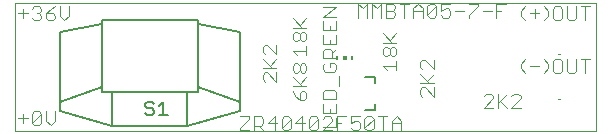
<source format=gto>
G75*
%MOIN*%
%OFA0B0*%
%FSLAX25Y25*%
%IPPOS*%
%LPD*%
%AMOC8*
5,1,8,0,0,1.08239X$1,22.5*
%
%ADD10C,0.00000*%
%ADD11C,0.00400*%
%ADD12C,0.00600*%
%ADD13R,0.00591X0.01181*%
%ADD14R,0.01181X0.01181*%
%ADD15C,0.00500*%
D10*
X0001937Y0003333D02*
X0001937Y0045794D01*
X0195638Y0045794D01*
X0195638Y0003333D01*
X0001937Y0003333D01*
X0182937Y0013933D02*
X0183004Y0013933D01*
X0183029Y0013933D02*
X0183079Y0013933D01*
X0183096Y0013917D01*
X0183096Y0013883D01*
X0183079Y0013867D01*
X0183029Y0013867D01*
X0183029Y0013833D02*
X0183029Y0013933D01*
X0182970Y0013933D02*
X0182970Y0013833D01*
X0183121Y0013933D02*
X0183188Y0013933D01*
X0183213Y0013933D02*
X0183263Y0013933D01*
X0183280Y0013917D01*
X0183280Y0013883D01*
X0183263Y0013867D01*
X0183213Y0013867D01*
X0183213Y0013833D02*
X0183213Y0013933D01*
X0183155Y0013933D02*
X0183155Y0013833D01*
X0183305Y0013833D02*
X0183372Y0013900D01*
X0183372Y0013917D01*
X0183355Y0013933D01*
X0183322Y0013933D01*
X0183305Y0013917D01*
X0183305Y0013833D02*
X0183372Y0013833D01*
X0183397Y0013850D02*
X0183464Y0013917D01*
X0183464Y0013850D01*
X0183447Y0013833D01*
X0183414Y0013833D01*
X0183397Y0013850D01*
X0183397Y0013917D01*
X0183414Y0013933D01*
X0183447Y0013933D01*
X0183464Y0013917D01*
X0183489Y0013917D02*
X0183489Y0013900D01*
X0183506Y0013883D01*
X0183540Y0013883D01*
X0183556Y0013867D01*
X0183556Y0013850D01*
X0183540Y0013833D01*
X0183506Y0013833D01*
X0183489Y0013850D01*
X0183489Y0013917D02*
X0183506Y0013933D01*
X0183540Y0013933D01*
X0183556Y0013917D01*
X0183582Y0013917D02*
X0183598Y0013933D01*
X0183632Y0013933D01*
X0183648Y0013917D01*
X0183648Y0013850D01*
X0183632Y0013833D01*
X0183598Y0013833D01*
X0183582Y0013850D01*
X0183582Y0013917D01*
X0183615Y0013867D02*
X0183648Y0013833D01*
X0183648Y0028833D02*
X0183615Y0028867D01*
X0183648Y0028850D02*
X0183632Y0028833D01*
X0183598Y0028833D01*
X0183582Y0028850D01*
X0183582Y0028917D01*
X0183598Y0028933D01*
X0183632Y0028933D01*
X0183648Y0028917D01*
X0183648Y0028850D01*
X0183556Y0028850D02*
X0183540Y0028833D01*
X0183506Y0028833D01*
X0183489Y0028850D01*
X0183464Y0028850D02*
X0183447Y0028833D01*
X0183414Y0028833D01*
X0183397Y0028850D01*
X0183464Y0028917D01*
X0183464Y0028850D01*
X0183506Y0028883D02*
X0183540Y0028883D01*
X0183556Y0028867D01*
X0183556Y0028850D01*
X0183506Y0028883D02*
X0183489Y0028900D01*
X0183489Y0028917D01*
X0183506Y0028933D01*
X0183540Y0028933D01*
X0183556Y0028917D01*
X0183464Y0028917D02*
X0183447Y0028933D01*
X0183414Y0028933D01*
X0183397Y0028917D01*
X0183397Y0028850D01*
X0183372Y0028833D02*
X0183305Y0028833D01*
X0183372Y0028900D01*
X0183372Y0028917D01*
X0183355Y0028933D01*
X0183322Y0028933D01*
X0183305Y0028917D01*
X0183280Y0028917D02*
X0183280Y0028883D01*
X0183263Y0028867D01*
X0183213Y0028867D01*
X0183213Y0028833D02*
X0183213Y0028933D01*
X0183263Y0028933D01*
X0183280Y0028917D01*
X0183188Y0028933D02*
X0183121Y0028933D01*
X0183096Y0028917D02*
X0183096Y0028883D01*
X0183079Y0028867D01*
X0183029Y0028867D01*
X0183029Y0028833D02*
X0183029Y0028933D01*
X0183079Y0028933D01*
X0183096Y0028917D01*
X0183155Y0028933D02*
X0183155Y0028833D01*
X0183004Y0028933D02*
X0182937Y0028933D01*
X0182970Y0028933D02*
X0182970Y0028833D01*
D11*
X0182210Y0027271D02*
X0181442Y0026504D01*
X0181442Y0023434D01*
X0182210Y0022667D01*
X0183744Y0022667D01*
X0184512Y0023434D01*
X0184512Y0026504D01*
X0183744Y0027271D01*
X0182210Y0027271D01*
X0179908Y0025736D02*
X0178373Y0027271D01*
X0179908Y0025736D02*
X0179908Y0024202D01*
X0178373Y0022667D01*
X0172235Y0022667D02*
X0170700Y0024202D01*
X0170700Y0025736D01*
X0172235Y0027271D01*
X0173769Y0024969D02*
X0176839Y0024969D01*
X0186046Y0023434D02*
X0186814Y0022667D01*
X0188348Y0022667D01*
X0189116Y0023434D01*
X0189116Y0027271D01*
X0190650Y0027271D02*
X0193720Y0027271D01*
X0192185Y0027271D02*
X0192185Y0022667D01*
X0186046Y0023434D02*
X0186046Y0027271D01*
X0170602Y0014870D02*
X0169835Y0015637D01*
X0168300Y0015637D01*
X0167533Y0014870D01*
X0165998Y0015637D02*
X0162929Y0012568D01*
X0163696Y0013335D02*
X0165998Y0011033D01*
X0167533Y0011033D02*
X0170602Y0014103D01*
X0170602Y0014870D01*
X0162929Y0015637D02*
X0162929Y0011033D01*
X0161394Y0011033D02*
X0158325Y0011033D01*
X0161394Y0014103D01*
X0161394Y0014870D01*
X0160627Y0015637D01*
X0159093Y0015637D01*
X0158325Y0014870D01*
X0167533Y0011033D02*
X0170602Y0011033D01*
X0141737Y0014722D02*
X0138668Y0017791D01*
X0137900Y0017791D01*
X0137133Y0017023D01*
X0137133Y0015489D01*
X0137900Y0014722D01*
X0141737Y0014722D02*
X0141737Y0017791D01*
X0141737Y0019325D02*
X0137133Y0019325D01*
X0140202Y0019325D02*
X0137133Y0022395D01*
X0139435Y0020093D02*
X0141737Y0022395D01*
X0141737Y0023929D02*
X0138668Y0026999D01*
X0137900Y0026999D01*
X0137133Y0026231D01*
X0137133Y0024697D01*
X0137900Y0023929D01*
X0141737Y0023929D02*
X0141737Y0026999D01*
X0129237Y0026603D02*
X0129237Y0023533D01*
X0126168Y0023533D02*
X0124633Y0025068D01*
X0129237Y0025068D01*
X0128470Y0028137D02*
X0127702Y0028137D01*
X0126935Y0028905D01*
X0126935Y0030439D01*
X0127702Y0031207D01*
X0128470Y0031207D01*
X0129237Y0030439D01*
X0129237Y0028905D01*
X0128470Y0028137D01*
X0126935Y0028905D02*
X0126168Y0028137D01*
X0125400Y0028137D01*
X0124633Y0028905D01*
X0124633Y0030439D01*
X0125400Y0031207D01*
X0126168Y0031207D01*
X0126935Y0030439D01*
X0127702Y0032741D02*
X0124633Y0035810D01*
X0126935Y0033508D02*
X0129237Y0035810D01*
X0129237Y0032741D02*
X0124633Y0032741D01*
X0109237Y0032221D02*
X0109237Y0035291D01*
X0109237Y0036825D02*
X0104633Y0036825D01*
X0104633Y0039895D01*
X0099237Y0040810D02*
X0096935Y0038508D01*
X0097702Y0037741D02*
X0094633Y0040810D01*
X0104633Y0041429D02*
X0109237Y0044499D01*
X0104633Y0044499D01*
X0116494Y0045637D02*
X0118028Y0044103D01*
X0119563Y0045637D01*
X0119563Y0041033D01*
X0121098Y0041033D02*
X0121098Y0045637D01*
X0122632Y0044103D01*
X0124167Y0045637D01*
X0124167Y0041033D01*
X0125702Y0041033D02*
X0128004Y0041033D01*
X0128771Y0041801D01*
X0128771Y0042568D01*
X0128004Y0043335D01*
X0125702Y0043335D01*
X0128004Y0043335D02*
X0128771Y0044103D01*
X0128771Y0044870D01*
X0128004Y0045637D01*
X0125702Y0045637D01*
X0125702Y0041033D01*
X0131840Y0041033D02*
X0131840Y0045637D01*
X0130305Y0045637D02*
X0133375Y0045637D01*
X0134909Y0044103D02*
X0136444Y0045637D01*
X0137979Y0044103D01*
X0137979Y0041033D01*
X0139513Y0041801D02*
X0142583Y0044870D01*
X0142583Y0041801D01*
X0141815Y0041033D01*
X0140281Y0041033D01*
X0139513Y0041801D01*
X0139513Y0044870D01*
X0140281Y0045637D01*
X0141815Y0045637D01*
X0142583Y0044870D01*
X0144117Y0043335D02*
X0145652Y0044103D01*
X0146419Y0044103D01*
X0147187Y0043335D01*
X0147187Y0041801D01*
X0146419Y0041033D01*
X0144885Y0041033D01*
X0144117Y0041801D01*
X0144117Y0043335D02*
X0144117Y0045637D01*
X0147187Y0045637D01*
X0153325Y0045637D02*
X0156394Y0045637D01*
X0156394Y0044870D01*
X0153325Y0041801D01*
X0153325Y0041033D01*
X0151790Y0043335D02*
X0148721Y0043335D01*
X0157929Y0043335D02*
X0160998Y0043335D01*
X0162533Y0043335D02*
X0164068Y0043335D01*
X0162533Y0041033D02*
X0162533Y0045637D01*
X0165602Y0045637D01*
X0170700Y0043236D02*
X0172235Y0044771D01*
X0175304Y0044004D02*
X0175304Y0040934D01*
X0172235Y0040167D02*
X0170700Y0041702D01*
X0170700Y0043236D01*
X0173769Y0042469D02*
X0176839Y0042469D01*
X0178373Y0040167D02*
X0179908Y0041702D01*
X0179908Y0043236D01*
X0178373Y0044771D01*
X0181442Y0044004D02*
X0181442Y0040934D01*
X0182210Y0040167D01*
X0183744Y0040167D01*
X0184512Y0040934D01*
X0184512Y0044004D01*
X0183744Y0044771D01*
X0182210Y0044771D01*
X0181442Y0044004D01*
X0186046Y0044771D02*
X0186046Y0040934D01*
X0186814Y0040167D01*
X0188348Y0040167D01*
X0189116Y0040934D01*
X0189116Y0044771D01*
X0190650Y0044771D02*
X0193720Y0044771D01*
X0192185Y0044771D02*
X0192185Y0040167D01*
X0137979Y0043335D02*
X0134909Y0043335D01*
X0134909Y0044103D02*
X0134909Y0041033D01*
X0116494Y0041033D02*
X0116494Y0045637D01*
X0109237Y0041429D02*
X0104633Y0041429D01*
X0109237Y0039895D02*
X0109237Y0036825D01*
X0106935Y0036825D02*
X0106935Y0038360D01*
X0099237Y0037741D02*
X0094633Y0037741D01*
X0095400Y0036207D02*
X0096168Y0036207D01*
X0096935Y0035439D01*
X0096935Y0033905D01*
X0096168Y0033137D01*
X0095400Y0033137D01*
X0094633Y0033905D01*
X0094633Y0035439D01*
X0095400Y0036207D01*
X0096935Y0035439D02*
X0097702Y0036207D01*
X0098470Y0036207D01*
X0099237Y0035439D01*
X0099237Y0033905D01*
X0098470Y0033137D01*
X0097702Y0033137D01*
X0096935Y0033905D01*
X0104633Y0035291D02*
X0104633Y0032221D01*
X0109237Y0032221D01*
X0106935Y0032221D02*
X0106935Y0033756D01*
X0099237Y0031603D02*
X0099237Y0028533D01*
X0096168Y0028533D02*
X0094633Y0030068D01*
X0099237Y0030068D01*
X0104633Y0029920D02*
X0105400Y0030687D01*
X0106935Y0030687D01*
X0107702Y0029920D01*
X0107702Y0027618D01*
X0109237Y0027618D02*
X0104633Y0027618D01*
X0104633Y0029920D01*
X0107702Y0029152D02*
X0109237Y0030687D01*
X0108470Y0026083D02*
X0106935Y0026083D01*
X0106935Y0024548D01*
X0108470Y0026083D02*
X0109237Y0025316D01*
X0109237Y0023781D01*
X0108470Y0023014D01*
X0105400Y0023014D01*
X0104633Y0023781D01*
X0104633Y0025316D01*
X0105400Y0026083D01*
X0099237Y0025043D02*
X0099237Y0023508D01*
X0098470Y0022741D01*
X0097702Y0022741D01*
X0096935Y0023508D01*
X0096935Y0025043D01*
X0097702Y0025810D01*
X0098470Y0025810D01*
X0099237Y0025043D01*
X0096935Y0025043D02*
X0096168Y0025810D01*
X0095400Y0025810D01*
X0094633Y0025043D01*
X0094633Y0023508D01*
X0095400Y0022741D01*
X0096168Y0022741D01*
X0096935Y0023508D01*
X0089237Y0022791D02*
X0089237Y0019722D01*
X0086168Y0022791D01*
X0085400Y0022791D01*
X0084633Y0022023D01*
X0084633Y0020489D01*
X0085400Y0019722D01*
X0094633Y0021207D02*
X0097702Y0018137D01*
X0096935Y0018905D02*
X0099237Y0021207D01*
X0110004Y0021479D02*
X0110004Y0018410D01*
X0108470Y0016875D02*
X0105400Y0016875D01*
X0104633Y0016108D01*
X0104633Y0013806D01*
X0109237Y0013806D01*
X0109237Y0016108D01*
X0108470Y0016875D01*
X0099237Y0015835D02*
X0098470Y0016603D01*
X0097702Y0016603D01*
X0096935Y0015835D01*
X0096935Y0013533D01*
X0098470Y0013533D01*
X0099237Y0014301D01*
X0099237Y0015835D01*
X0096935Y0013533D02*
X0095400Y0015068D01*
X0094633Y0016603D01*
X0094633Y0018137D02*
X0099237Y0018137D01*
X0104633Y0012271D02*
X0104633Y0009202D01*
X0109237Y0009202D01*
X0109237Y0012271D01*
X0106935Y0010736D02*
X0106935Y0009202D01*
X0107063Y0008137D02*
X0105528Y0008137D01*
X0104761Y0007370D01*
X0103226Y0007370D02*
X0100157Y0004301D01*
X0100924Y0003533D01*
X0102459Y0003533D01*
X0103226Y0004301D01*
X0103226Y0007370D01*
X0102459Y0008137D01*
X0100924Y0008137D01*
X0100157Y0007370D01*
X0100157Y0004301D01*
X0097855Y0003533D02*
X0097855Y0008137D01*
X0095553Y0005835D01*
X0098622Y0005835D01*
X0094018Y0004301D02*
X0093251Y0003533D01*
X0091716Y0003533D01*
X0090949Y0004301D01*
X0094018Y0007370D01*
X0094018Y0004301D01*
X0090949Y0004301D02*
X0090949Y0007370D01*
X0091716Y0008137D01*
X0093251Y0008137D01*
X0094018Y0007370D01*
X0088647Y0008137D02*
X0086345Y0005835D01*
X0089414Y0005835D01*
X0084810Y0005835D02*
X0084043Y0005068D01*
X0081741Y0005068D01*
X0083276Y0005068D02*
X0084810Y0003533D01*
X0081741Y0003533D02*
X0081741Y0008137D01*
X0084043Y0008137D01*
X0084810Y0007370D01*
X0084810Y0005835D01*
X0088647Y0003533D02*
X0088647Y0008137D01*
X0080206Y0008137D02*
X0080206Y0007370D01*
X0077137Y0004301D01*
X0077137Y0003533D01*
X0080206Y0003533D01*
X0080206Y0008137D02*
X0077137Y0008137D01*
X0104633Y0004598D02*
X0109237Y0004598D01*
X0109237Y0007667D01*
X0109364Y0008137D02*
X0112434Y0008137D01*
X0113968Y0008137D02*
X0113968Y0005835D01*
X0115503Y0006603D01*
X0116270Y0006603D01*
X0117038Y0005835D01*
X0117038Y0004301D01*
X0116270Y0003533D01*
X0114736Y0003533D01*
X0113968Y0004301D01*
X0118572Y0004301D02*
X0121642Y0007370D01*
X0121642Y0004301D01*
X0120874Y0003533D01*
X0119340Y0003533D01*
X0118572Y0004301D01*
X0118572Y0007370D01*
X0119340Y0008137D01*
X0120874Y0008137D01*
X0121642Y0007370D01*
X0123176Y0008137D02*
X0126246Y0008137D01*
X0124711Y0008137D02*
X0124711Y0003533D01*
X0127780Y0003533D02*
X0127780Y0006603D01*
X0129315Y0008137D01*
X0130849Y0006603D01*
X0130849Y0003533D01*
X0130849Y0005835D02*
X0127780Y0005835D01*
X0117038Y0008137D02*
X0113968Y0008137D01*
X0109364Y0008137D02*
X0109364Y0003533D01*
X0107830Y0003533D02*
X0104761Y0003533D01*
X0107830Y0006603D01*
X0107830Y0007370D01*
X0107063Y0008137D01*
X0109364Y0005835D02*
X0110899Y0005835D01*
X0089237Y0024325D02*
X0084633Y0024325D01*
X0086935Y0025093D02*
X0089237Y0027395D01*
X0089237Y0028929D02*
X0086168Y0031999D01*
X0085400Y0031999D01*
X0084633Y0031231D01*
X0084633Y0029697D01*
X0085400Y0028929D01*
X0089237Y0028929D02*
X0089237Y0031999D01*
X0084633Y0027395D02*
X0087702Y0024325D01*
X0020081Y0041702D02*
X0018546Y0040167D01*
X0017012Y0041702D01*
X0017012Y0044771D01*
X0015477Y0044771D02*
X0013942Y0044004D01*
X0012408Y0042469D01*
X0014710Y0042469D01*
X0015477Y0041702D01*
X0015477Y0040934D01*
X0014710Y0040167D01*
X0013175Y0040167D01*
X0012408Y0040934D01*
X0012408Y0042469D01*
X0010873Y0041702D02*
X0010873Y0040934D01*
X0010106Y0040167D01*
X0008571Y0040167D01*
X0007804Y0040934D01*
X0004735Y0040934D02*
X0004735Y0044004D01*
X0007804Y0044004D02*
X0008571Y0044771D01*
X0010106Y0044771D01*
X0010873Y0044004D01*
X0010873Y0043236D01*
X0010106Y0042469D01*
X0010873Y0041702D01*
X0010106Y0042469D02*
X0009339Y0042469D01*
X0006269Y0042469D02*
X0003200Y0042469D01*
X0020081Y0041702D02*
X0020081Y0044771D01*
X0015477Y0009771D02*
X0015477Y0006702D01*
X0013942Y0005167D01*
X0012408Y0006702D01*
X0012408Y0009771D01*
X0010873Y0009004D02*
X0010106Y0009771D01*
X0008571Y0009771D01*
X0007804Y0009004D01*
X0007804Y0005934D01*
X0010873Y0009004D01*
X0010873Y0005934D01*
X0010106Y0005167D01*
X0008571Y0005167D01*
X0007804Y0005934D01*
X0004735Y0005934D02*
X0004735Y0009004D01*
X0003200Y0007469D02*
X0006269Y0007469D01*
D12*
X0016937Y0009833D02*
X0016937Y0012833D01*
X0016937Y0036333D01*
X0030937Y0038833D01*
X0030937Y0017833D01*
X0030937Y0016333D01*
X0034437Y0016333D01*
X0059437Y0016333D01*
X0059437Y0004833D01*
X0034437Y0004833D01*
X0016937Y0009833D01*
X0016937Y0012833D02*
X0030937Y0017833D01*
X0034437Y0016333D02*
X0034437Y0004833D01*
X0059437Y0004833D02*
X0076937Y0009833D01*
X0076937Y0012833D01*
X0076937Y0036333D01*
X0062937Y0038833D01*
X0062937Y0017833D01*
X0076937Y0012833D01*
X0062937Y0016333D02*
X0059437Y0016333D01*
X0062937Y0016333D02*
X0062937Y0017833D01*
X0118837Y0021433D02*
X0122037Y0021433D01*
X0122037Y0019233D01*
X0122037Y0012433D02*
X0122037Y0010233D01*
X0118837Y0010233D01*
X0062937Y0038833D02*
X0062937Y0040333D01*
X0030937Y0040333D01*
X0030937Y0038833D01*
D13*
X0109575Y0027743D03*
X0114299Y0027743D03*
D14*
X0111937Y0027743D03*
D15*
X0051584Y0013087D02*
X0051584Y0008583D01*
X0050083Y0008583D02*
X0053086Y0008583D01*
X0048482Y0009334D02*
X0047731Y0008583D01*
X0046230Y0008583D01*
X0045479Y0009334D01*
X0047731Y0010835D02*
X0048482Y0010085D01*
X0048482Y0009334D01*
X0047731Y0010835D02*
X0046230Y0010835D01*
X0045479Y0011586D01*
X0045479Y0012337D01*
X0046230Y0013087D01*
X0047731Y0013087D01*
X0048482Y0012337D01*
X0050083Y0011586D02*
X0051584Y0013087D01*
M02*

</source>
